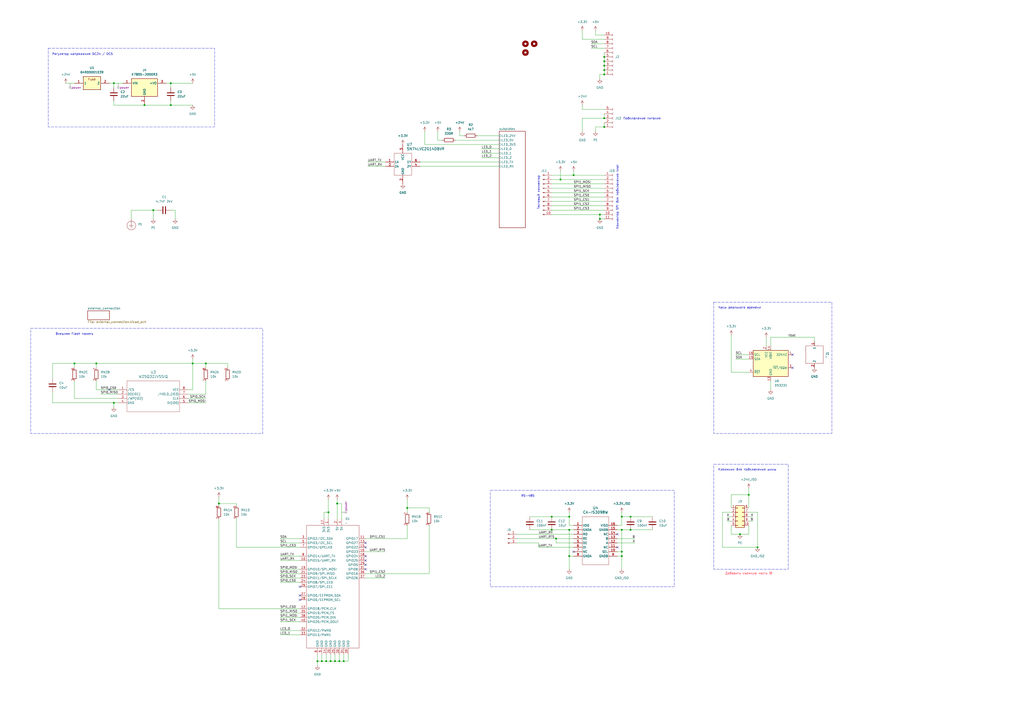
<source format=kicad_sch>
(kicad_sch (version 20231120) (generator "eeschema") (generator_version "8.0")
  (paper "A2")
  (title_block (title "${article} v${version}"))
  (junction (at 236.22 294.64))
  (junction (at 66.04 48.26))
  (junction (at 190.5 297.18))
  (junction (at 360.68 299.72))
  (junction (at 350.52 43.18))
  (junction (at 365.76 299.72))
  (junction (at 191.77 383.54))
  (junction (at 350.52 33.02))
  (junction (at 88.9 121.92))
  (junction (at 111.76 210.82))
  (junction (at 119.38 210.82))
  (junction (at 350.52 40.64))
  (junction (at 360.68 307.34))
  (junction (at 434.34 287.02))
  (junction (at 360.68 322.58))
  (junction (at 83.82 60.96))
  (junction (at 330.2 299.72))
  (junction (at 330.2 307.34))
  (junction (at 55.88 210.82))
  (junction (at 322.58 312.42))
  (junction (at 360.68 320.04))
  (junction (at 439.42 317.5))
  (junction (at 330.2 322.58))
  (junction (at 350.52 73.66))
  (junction (at 332.74 101.6))
  (junction (at 194.31 383.54))
  (junction (at 43.18 210.82))
  (junction (at 196.85 383.54))
  (junction (at 320.04 299.72))
  (junction (at 350.52 38.1))
  (junction (at 350.52 68.58))
  (junction (at 99.06 60.96))
  (junction (at 189.23 383.54))
  (junction (at 365.76 307.34))
  (junction (at 429.26 309.88))
  (junction (at 347.98 124.46))
  (junction (at 195.58 292.1))
  (junction (at 350.52 35.56))
  (junction (at 320.04 307.34))
  (junction (at 199.39 383.54))
  (junction (at 66.04 233.68))
  (junction (at 127 292.1))
  (junction (at 99.06 48.26))
  (junction (at 186.69 383.54))
  (junction (at 325.12 104.14))
  (junction (at 347.98 127))
  (junction (at 184.15 383.54))
  (no_connect (at 173.99 340.36))
  (no_connect (at 212.09 327.66))
  (no_connect (at 212.09 317.5))
  (no_connect (at 212.09 322.58))
  (no_connect (at 173.99 347.98))
  (no_connect (at 358.14 309.88))
  (no_connect (at 212.09 314.96))
  (no_connect (at 173.99 345.44))
  (no_connect (at 63.5 226.06))
  (no_connect (at 332.74 320.04))
  (no_connect (at 358.14 317.5))
  (no_connect (at 212.09 325.12))
  (no_connect (at 212.09 330.2))
  (no_connect (at 459.74 213.36))
  (no_connect (at 459.74 205.74))
  (wire (pts (xy 55.88 210.82) (xy 55.88 213.36)))
  (wire (pts (xy 330.2 307.34) (xy 330.2 322.58)))
  (wire (pts (xy 434.34 302.26) (xy 436.88 302.26)))
  (wire (pts (xy 266.7 78.74) (xy 269.24 78.74)))
  (wire (pts (xy 212.09 312.42) (xy 236.22 312.42)))
  (wire (pts (xy 337.82 68.58) (xy 337.82 76.2)))
  (wire (pts (xy 119.38 210.82) (xy 111.76 210.82)))
  (wire (pts (xy 424.18 294.64) (xy 424.18 287.02)))
  (wire (pts (xy 322.58 312.42) (xy 322.58 314.96)))
  (wire (pts (xy 162.56 365.76) (xy 173.99 365.76)))
  (wire (pts (xy 248.92 297.18) (xy 248.92 294.64)))
  (wire (pts (xy 137.16 300.99) (xy 137.16 317.5)))
  (wire (pts (xy 299.72 312.42) (xy 322.58 312.42)))
  (wire (pts (xy 190.5 297.18) (xy 190.5 300.99)))
  (wire (pts (xy 325.12 104.14) (xy 350.52 104.14)))
  (wire (pts (xy 447.04 220.98) (xy 447.04 226.06)))
  (wire (pts (xy 162.56 335.28) (xy 173.99 335.28)))
  (wire (pts (xy 101.6 127) (xy 101.6 121.92)))
  (wire (pts (xy 447.04 200.66) (xy 447.04 195.58)))
  (wire (pts (xy 88.9 121.92) (xy 91.44 121.92)))
  (wire (pts (xy 109.22 231.14) (xy 119.38 231.14)))
  (wire (pts (xy 426.72 208.28) (xy 434.34 208.28)))
  (wire (pts (xy 55.88 226.06) (xy 68.58 226.06)))
  (wire (pts (xy 212.09 335.28) (xy 223.52 335.28)))
  (wire (pts (xy 236.22 289.56) (xy 236.22 294.64)))
  (wire (pts (xy 187.96 297.18) (xy 190.5 297.18)))
  (wire (pts (xy 378.46 307.34) (xy 365.76 307.34)))
  (wire (pts (xy 429.26 309.88) (xy 434.34 309.88)))
  (wire (pts (xy 365.76 299.72) (xy 378.46 299.72)))
  (wire (pts (xy 320.04 299.72) (xy 307.34 299.72)))
  (wire (pts (xy 320.04 119.38) (xy 350.52 119.38)))
  (wire (pts (xy 347.98 43.18) (xy 350.52 43.18)))
  (wire (pts (xy 248.92 294.64) (xy 236.22 294.64)))
  (wire (pts (xy 472.44 195.58) (xy 472.44 198.12)))
  (wire (pts (xy 199.39 379.73) (xy 199.39 383.54)))
  (wire (pts (xy 434.34 283.21) (xy 434.34 287.02)))
  (wire (pts (xy 330.2 299.72) (xy 330.2 304.8)))
  (wire (pts (xy 424.18 309.88) (xy 429.26 309.88)))
  (wire (pts (xy 196.85 379.73) (xy 196.85 383.54)))
  (wire (pts (xy 439.42 297.18) (xy 439.42 317.5)))
  (wire (pts (xy 424.18 297.18) (xy 419.1 297.18)))
  (wire (pts (xy 332.74 314.96) (xy 322.58 314.96)))
  (wire (pts (xy 184.15 379.73) (xy 184.15 383.54)))
  (wire (pts (xy 332.74 307.34) (xy 330.2 307.34)))
  (wire (pts (xy 360.68 320.04) (xy 358.14 320.04)))
  (wire (pts (xy 358.14 307.34) (xy 360.68 307.34)))
  (wire (pts (xy 368.3 312.42) (xy 358.14 312.42)))
  (wire (pts (xy 421.64 302.26) (xy 424.18 302.26)))
  (wire (pts (xy 350.52 66.04) (xy 350.52 68.58)))
  (wire (pts (xy 419.1 297.18) (xy 419.1 317.5)))
  (wire (pts (xy 30.48 219.71) (xy 30.48 210.82)))
  (wire (pts (xy 264.16 81.28) (xy 289.56 81.28)))
  (wire (pts (xy 350.52 68.58) (xy 337.82 68.58)))
  (wire (pts (xy 137.16 317.5) (xy 173.99 317.5)))
  (wire (pts (xy 279.4 88.9) (xy 289.56 88.9)))
  (wire (pts (xy 419.1 317.5) (xy 439.42 317.5)))
  (wire (pts (xy 66.04 60.96) (xy 83.82 60.96)))
  (wire (pts (xy 99.06 48.26) (xy 99.06 50.8)))
  (wire (pts (xy 213.36 93.98) (xy 223.52 93.98)))
  (wire (pts (xy 254 76.2) (xy 254 81.28)))
  (wire (pts (xy 312.42 314.96) (xy 312.42 317.5)))
  (wire (pts (xy 187.96 300.99) (xy 187.96 297.18)))
  (wire (pts (xy 66.04 48.26) (xy 71.12 48.26)))
  (wire (pts (xy 99.06 58.42) (xy 99.06 60.96)))
  (wire (pts (xy 137.16 293.37) (xy 137.16 292.1)))
  (wire (pts (xy 350.52 63.5) (xy 337.82 63.5)))
  (wire (pts (xy 325.12 104.14) (xy 325.12 99.06)))
  (wire (pts (xy 236.22 294.64) (xy 236.22 297.18)))
  (wire (pts (xy 190.5 289.56) (xy 190.5 297.18)))
  (wire (pts (xy 332.74 312.42) (xy 322.58 312.42)))
  (wire (pts (xy 350.52 40.64) (xy 350.52 43.18)))
  (wire (pts (xy 186.69 383.54) (xy 189.23 383.54)))
  (wire (pts (xy 38.1 48.26) (xy 43.18 48.26)))
  (wire (pts (xy 332.74 101.6) (xy 350.52 101.6)))
  (wire (pts (xy 99.06 60.96) (xy 111.76 60.96)))
  (wire (pts (xy 111.76 210.82) (xy 111.76 208.28)))
  (wire (pts (xy 195.58 289.56) (xy 195.58 292.1)))
  (wire (pts (xy 350.52 71.12) (xy 350.52 73.66)))
  (wire (pts (xy 66.04 60.96) (xy 66.04 58.42)))
  (wire (pts (xy 243.84 96.52) (xy 289.56 96.52)))
  (wire (pts (xy 127 292.1) (xy 127 293.37)))
  (wire (pts (xy 320.04 101.6) (xy 332.74 101.6)))
  (wire (pts (xy 342.9 27.94) (xy 350.52 27.94)))
  (wire (pts (xy 198.12 292.1) (xy 195.58 292.1)))
  (wire (pts (xy 320.04 106.68) (xy 350.52 106.68)))
  (wire (pts (xy 43.18 210.82) (xy 43.18 213.36)))
  (wire (pts (xy 83.82 60.96) (xy 99.06 60.96)))
  (wire (pts (xy 360.68 297.18) (xy 360.68 299.72)))
  (wire (pts (xy 137.16 292.1) (xy 127 292.1)))
  (wire (pts (xy 424.18 215.9) (xy 434.34 215.9)))
  (wire (pts (xy 184.15 383.54) (xy 186.69 383.54)))
  (wire (pts (xy 447.04 195.58) (xy 472.44 195.58)))
  (wire (pts (xy 320.04 116.84) (xy 350.52 116.84)))
  (wire (pts (xy 213.36 96.52) (xy 223.52 96.52)))
  (wire (pts (xy 119.38 228.6) (xy 119.38 220.98)))
  (wire (pts (xy 276.86 78.74) (xy 289.56 78.74)))
  (wire (pts (xy 320.04 307.34) (xy 330.2 307.34)))
  (wire (pts (xy 99.06 48.26) (xy 111.76 48.26)))
  (wire (pts (xy 76.2 121.92) (xy 88.9 121.92)))
  (wire (pts (xy 111.76 226.06) (xy 111.76 210.82)))
  (wire (pts (xy 299.72 309.88) (xy 332.74 309.88)))
  (wire (pts (xy 421.64 299.72) (xy 424.18 299.72)))
  (wire (pts (xy 162.56 322.58) (xy 173.99 322.58)))
  (wire (pts (xy 350.52 30.48) (xy 350.52 33.02)))
  (wire (pts (xy 347.98 45.72) (xy 347.98 43.18)))
  (wire (pts (xy 254 81.28) (xy 256.54 81.28)))
  (wire (pts (xy 162.56 325.12) (xy 173.99 325.12)))
  (wire (pts (xy 68.58 231.14) (xy 43.18 231.14)))
  (wire (pts (xy 198.12 300.99) (xy 198.12 292.1)))
  (wire (pts (xy 212.09 320.04) (xy 223.52 320.04)))
  (wire (pts (xy 266.7 76.2) (xy 266.7 78.74)))
  (wire (pts (xy 191.77 383.54) (xy 194.31 383.54)))
  (wire (pts (xy 127 288.29) (xy 127 292.1)))
  (wire (pts (xy 350.52 22.86) (xy 337.82 22.86)))
  (wire (pts (xy 243.84 93.98) (xy 289.56 93.98)))
  (wire (pts (xy 320.04 121.92) (xy 350.52 121.92)))
  (wire (pts (xy 345.44 73.66) (xy 350.52 73.66)))
  (wire (pts (xy 320.04 111.76) (xy 350.52 111.76)))
  (wire (pts (xy 201.93 379.73) (xy 201.93 383.54)))
  (wire (pts (xy 345.44 20.32) (xy 345.44 17.78)))
  (wire (pts (xy 368.3 314.96) (xy 358.14 314.96)))
  (wire (pts (xy 43.18 220.98) (xy 43.18 231.14)))
  (wire (pts (xy 279.4 86.36) (xy 289.56 86.36)))
  (wire (pts (xy 162.56 332.74) (xy 173.99 332.74)))
  (wire (pts (xy 345.44 76.2) (xy 345.44 73.66)))
  (wire (pts (xy 360.68 320.04) (xy 360.68 322.58)))
  (wire (pts (xy 189.23 379.73) (xy 189.23 383.54)))
  (wire (pts (xy 350.52 33.02) (xy 350.52 35.56)))
  (wire (pts (xy 162.56 355.6) (xy 173.99 355.6)))
  (wire (pts (xy 320.04 104.14) (xy 325.12 104.14)))
  (wire (pts (xy 101.6 121.92) (xy 99.06 121.92)))
  (wire (pts (xy 66.04 233.68) (xy 66.04 236.22)))
  (wire (pts (xy 350.52 124.46) (xy 347.98 124.46)))
  (wire (pts (xy 162.56 358.14) (xy 173.99 358.14)))
  (wire (pts (xy 320.04 299.72) (xy 330.2 299.72)))
  (wire (pts (xy 320.04 307.34) (xy 307.34 307.34)))
  (wire (pts (xy 424.18 287.02) (xy 434.34 287.02)))
  (wire (pts (xy 279.4 91.44) (xy 289.56 91.44)))
  (wire (pts (xy 289.56 83.82) (xy 246.38 83.82)))
  (wire (pts (xy 320.04 109.22) (xy 350.52 109.22)))
  (wire (pts (xy 360.68 322.58) (xy 360.68 330.2)))
  (wire (pts (xy 132.08 213.36) (xy 132.08 210.82)))
  (wire (pts (xy 119.38 210.82) (xy 119.38 213.36)))
  (wire (pts (xy 236.22 304.8) (xy 236.22 312.42)))
  (wire (pts (xy 88.9 121.92) (xy 88.9 127)))
  (wire (pts (xy 162.56 337.82) (xy 173.99 337.82)))
  (wire (pts (xy 162.56 312.42) (xy 173.99 312.42)))
  (wire (pts (xy 194.31 379.73) (xy 194.31 383.54)))
  (wire (pts (xy 66.04 48.26) (xy 66.04 50.8)))
  (wire (pts (xy 360.68 304.8) (xy 360.68 299.72)))
  (wire (pts (xy 58.42 228.6) (xy 68.58 228.6)))
  (wire (pts (xy 424.18 194.31) (xy 424.18 215.9)))
  (wire (pts (xy 347.98 124.46) (xy 347.98 127)))
  (wire (pts (xy 186.69 379.73) (xy 186.69 383.54)))
  (wire (pts (xy 360.68 304.8) (xy 358.14 304.8)))
  (wire (pts (xy 162.56 314.96) (xy 173.99 314.96)))
  (wire (pts (xy 330.2 304.8) (xy 332.74 304.8)))
  (wire (pts (xy 330.2 297.18) (xy 330.2 299.72)))
  (wire (pts (xy 30.48 233.68) (xy 66.04 233.68)))
  (wire (pts (xy 337.82 63.5) (xy 337.82 60.96)))
  (wire (pts (xy 299.72 314.96) (xy 312.42 314.96)))
  (wire (pts (xy 434.34 297.18) (xy 439.42 297.18)))
  (wire (pts (xy 132.08 210.82) (xy 119.38 210.82)))
  (wire (pts (xy 162.56 368.3) (xy 173.99 368.3)))
  (wire (pts (xy 360.68 322.58) (xy 358.14 322.58)))
  (wire (pts (xy 365.76 299.72) (xy 360.68 299.72)))
  (wire (pts (xy 109.22 228.6) (xy 119.38 228.6)))
  (wire (pts (xy 337.82 22.86) (xy 337.82 17.78)))
  (wire (pts (xy 109.22 233.68) (xy 119.38 233.68)))
  (wire (pts (xy 109.22 226.06) (xy 111.76 226.06)))
  (wire (pts (xy 434.34 299.72) (xy 436.88 299.72)))
  (wire (pts (xy 444.5 195.58) (xy 444.5 200.66)))
  (wire (pts (xy 63.5 48.26) (xy 66.04 48.26)))
  (wire (pts (xy 43.18 210.82) (xy 55.88 210.82)))
  (wire (pts (xy 184.15 383.54) (xy 184.15 386.08)))
  (wire (pts (xy 434.34 294.64) (xy 434.34 287.02)))
  (wire (pts (xy 332.74 317.5) (xy 312.42 317.5)))
  (wire (pts (xy 350.52 127) (xy 347.98 127)))
  (wire (pts (xy 424.18 304.8) (xy 424.18 309.88)))
  (wire (pts (xy 30.48 210.82) (xy 43.18 210.82)))
  (wire (pts (xy 55.88 220.98) (xy 55.88 226.06)))
  (wire (pts (xy 68.58 233.68) (xy 66.04 233.68)))
  (wire (pts (xy 195.58 292.1) (xy 195.58 300.99)))
  (wire (pts (xy 191.77 379.73) (xy 191.77 383.54)))
  (wire (pts (xy 248.92 304.8) (xy 248.92 332.74)))
  (wire (pts (xy 330.2 322.58) (xy 332.74 322.58)))
  (wire (pts (xy 194.31 383.54) (xy 196.85 383.54)))
  (wire (pts (xy 360.68 307.34) (xy 360.68 320.04)))
  (wire (pts (xy 199.39 383.54) (xy 201.93 383.54)))
  (wire (pts (xy 342.9 25.4) (xy 350.52 25.4)))
  (wire (pts (xy 434.34 309.88) (xy 434.34 304.8)))
  (wire (pts (xy 350.52 35.56) (xy 350.52 38.1)))
  (wire (pts (xy 320.04 124.46) (xy 347.98 124.46)))
  (wire (pts (xy 426.72 205.74) (xy 434.34 205.74)))
  (wire (pts (xy 55.88 210.82) (xy 111.76 210.82)))
  (wire (pts (xy 332.74 99.06) (xy 332.74 101.6)))
  (wire (pts (xy 212.09 332.74) (xy 248.92 332.74)))
  (wire (pts (xy 246.38 83.82) (xy 246.38 76.2)))
  (wire (pts (xy 162.56 330.2) (xy 173.99 330.2)))
  (wire (pts (xy 365.76 307.34) (xy 360.68 307.34)))
  (wire (pts (xy 76.2 127) (xy 76.2 121.92)))
  (wire (pts (xy 330.2 322.58) (xy 330.2 330.2)))
  (wire (pts (xy 350.52 20.32) (xy 345.44 20.32)))
  (wire (pts (xy 320.04 114.3) (xy 350.52 114.3)))
  (wire (pts (xy 96.52 48.26) (xy 99.06 48.26)))
  (wire (pts (xy 196.85 383.54) (xy 199.39 383.54)))
  (wire (pts (xy 350.52 38.1) (xy 350.52 40.64)))
  (wire (pts (xy 127 300.99) (xy 127 353.06)))
  (wire (pts (xy 30.48 227.33) (xy 30.48 233.68)))
  (wire (pts (xy 189.23 383.54) (xy 191.77 383.54)))
  (wire (pts (xy 162.56 360.68) (xy 173.99 360.68)))
  (wire (pts (xy 127 353.06) (xy 173.99 353.06)))
  (rectangle (start 284.48 284.48) (end 391.16 340.36) (stroke (width 0) (type dash)))
  (rectangle (start 414.02 175.26) (end 482.6 251.46) (stroke (width 0) (type dash)))
  (rectangle (start 17.78 190.5) (end 152.4 251.46) (stroke (width 0) (type dash)))
  (rectangle (start 414.02 269.24) (end 457.2 330.2) (stroke (width 0) (type dash)))
  (rectangle (start 27.94 27.94) (end 124.46 73.66) (stroke (width 0) (type dash)))
  (text "Клеммник для подключения шины" (at 416.56 271.78 0) (effects (font (size 1.27 1.27)) (justify left top)))
  (text "RS-485" (at 302.26 287.02 0) (effects (font (size 1.27 1.27)) (justify left top)))
  (text "Тестовый коннектор" (at 312.42 111.76 90) (effects (font (size 1.27 1.27))))
  (text "Внешняя Flash память" (at 43.18 193.802 0) (effects (font (size 1.27 1.27))))
  (text "Подключение питания" (at 372.364 68.834 0) (effects (font (size 1.27 1.27))))
  (text "Добавить съемную часть !!!" (at 434.34 332.74 0) (effects (font (size 1.27 1.27))))
  (text "Коннектор SPI для подключения плат" (at 358.14 114.3 90) (effects (font (size 1.27 1.27))))
  (text "Часы реального времени" (at 416.56 177.8 0) (effects (font (size 1.27 1.27)) (justify left top)))
  (text "Регулятор напряжения DC24 / DC5" (at 30.226 31.496 0) (effects (font (size 1.27 1.27)) (justify left)))
  (label "SPI1_MOSI" (at 162.56 358.14 0))
  (label "UART_RTS" (at 223.52 320.04 180))
  (label "Vbat" (at 457.2 195.58 0))
  (label "SPI1_CS2" (at 332.74 119.38 0))
  (label "SPI0_CS0" (at 162.56 337.82 0))
  (label "SPI1_CS0" (at 332.74 114.3 0))
  (label "LED_1" (at 279.4 88.9 0))
  (label "SPI0_MOSI" (at 119.38 233.68 180))
  (label "UART_RX" (at 213.36 96.52 0))
  (label "UART_RTS" (at 312.42 312.42 0))
  (label "LED_2" (at 279.4 91.44 0))
  (label "SDA" (at 162.56 312.42 0))
  (label "SPI1_CS2" (at 223.52 332.74 180))
  (label "A" (at 421.64 299.72 0))
  (label "SPI1_CS1" (at 332.74 116.84 0))
  (label "SPI0_MISO" (at 58.42 228.6 0))
  (label "A" (at 436.88 299.72 180))
  (label "SPI1_CS0" (at 162.56 353.06 0))
  (label "SDA" (at 426.72 208.28 0))
  (label "UART_TX" (at 213.36 93.98 0))
  (label "SPI0_SCK" (at 162.56 335.28 0))
  (label "UART_RX" (at 162.56 325.12 0))
  (label "SPI0_SCK" (at 119.38 231.14 180))
  (label "LED_2" (at 223.52 335.28 180))
  (label "B" (at 421.64 302.26 0))
  (label "SPI1_SCK" (at 162.56 360.68 0))
  (label "SDA" (at 342.9 25.4 0))
  (label "LED_0" (at 162.56 365.76 0))
  (label "LED_1" (at 162.56 368.3 0))
  (label "SPI1_CS1" (at 223.52 312.42 180))
  (label "SPI0_CS0" (at 58.42 226.06 0))
  (label "UART_TX" (at 162.56 322.58 0))
  (label "LED_0" (at 279.4 86.36 0))
  (label "SPI1_MOSI" (at 332.74 106.68 0))
  (label "UART_TX" (at 312.42 317.5 0))
  (label "B" (at 368.3 312.42 180))
  (label "B" (at 436.88 302.26 180))
  (label "UART_RX" (at 312.42 309.88 0))
  (label "SPI1_MISO" (at 332.74 109.22 0))
  (label "SCL" (at 162.56 314.96 0))
  (label "SPI0_MOSI" (at 162.56 330.2 0))
  (label "SPI1_CS3" (at 162.56 317.5 0))
  (label "A" (at 368.3 314.96 180))
  (label "SCL" (at 342.9 27.94 0))
  (label "SPI0_MISO" (at 162.56 332.74 0))
  (label "SPI1_MISO" (at 162.56 355.6 0))
  (label "SPI1_SCK" (at 332.74 111.76 0))
  (label "SPI1_CS3" (at 332.74 121.92 0))
  (label "SCL" (at 426.72 205.74 0))
  (netclass_flag "" (length 2.54) (shape round) (at 68.58 48.26 180) (property "Netclass" "power" (at 69.2785 50.8 0) (effects (font (italic yes)) (justify left))))
  (netclass_flag "" (length 2.54) (shape round) (at 198.12 297.18 270) (property "Netclass" "power" (at 200.66 296.4815 90) (effects (font (italic yes)) (justify left))))
  (netclass_flag "" (length 2.54) (shape round) (at 40.64 48.26 180) (property "Netclass" "power" (at 41.3385 50.8 0) (effects (font (italic yes)) (justify left))))
  (symbol (lib_id "power:GND") (at 111.76 60.96 0) (unit 1)
    (property "Reference" "#PWR04" (effects (hide yes)))
    (property "Value" "GND" (at 111.76 66.04 0))
    (property "Description" "Power symbol creates a global label with name \"GND\" , ground" (effects (hide yes)))
  )
  (symbol (lib_id "power:GND") (at 429.26 309.88 0) (mirror y) (unit 1)
    (property "Reference" "#PWR023" (effects (hide yes)))
    (property "Value" "PE" (at 429.26 314.96 0))
    (property "Description" "Power symbol creates a global label with name \"GND\" , ground" (effects (hide yes)))
  )
  (symbol (lib_id "kicad_inventree_lib:15EDGRC-3.5-05P") (at 355.6 63.5 0) (mirror x) (unit 1)
    (property "Reference" "J12" (at 356.87 68.5801 0) (effects (justify left)))
    (property "Value" "15EDGRC-3.5-05P" (effects (hide yes)))
    (property "Footprint" "kicad_inventree_lib:15EDGRC-3.5-05P" (effects (hide yes)))
    (property "Datasheet" "http://inventree.network/part/238/" (effects (hide yes)))
    (property "Description" "Generic connector, single row, 01x09, script generated" (effects (hide yes)))
    (property "part_ipn" "15EDGRC-3.5-05P" (effects (hide yes)))
  )
  (symbol (lib_id "power:+3.3V") (at 337.82 17.78 0) (unit 1)
    (property "Reference" "#PWR030" (effects (hide yes)))
    (property "Value" "+3.3V" (at 337.82 12.7 0))
    (property "Description" "Power symbol creates a global label with name \"+3.3V\"" (effects (hide yes)))
  )
  (symbol (lib_id "kicad_inventree_lib:MountingHole_M3") (at 304.8 30.48 0) (unit 1) (exclude_from_sim yes) (in_bom no)
    (property "Reference" "H2" (effects (hide yes)))
    (property "Value" "MountingHole_M3" (effects (hide yes)))
    (property "Footprint" "kicad_inventree_lib:MountingHole_M3" (effects (hide yes)))
    (property "Description" "Mounting Hole without connection" (effects (hide yes)))
  )
  (symbol (lib_id "power:+3.3V") (at 233.68 83.82 0) (unit 1)
    (property "Reference" "#PWR037" (effects (hide yes)))
    (property "Value" "+3.3V" (at 233.68 78.74 0))
    (property "Description" "Power symbol creates a global label with name \"+3.3V\"" (effects (hide yes)))
  )
  (symbol (lib_id "power:+5V") (at 111.76 48.26 0) (unit 1)
    (property "Reference" "#PWR03" (effects (hide yes)))
    (property "Value" "+5V" (at 111.76 43.18 0))
    (property "Description" "Power symbol creates a global label with name \"+5V\"" (effects (hide yes)))
  )
  (symbol (lib_id "kicad_inventree_lib:R_10k_0603x4_1%") (at 137.16 297.18 0) (unit 4)
    (property "Reference" "RN1" (at 139.7 295.9099 0) (effects (justify left)))
    (property "Value" "10k" (at 139.7 298.4499 0) (effects (justify left)))
    (property "Footprint" "Resistor_SMD:R_Array_Convex_4x0603" (effects (hide yes)))
    (property "Datasheet" "http://inventree.network/part/233/" (effects (hide yes)))
    (property "Description" "4 resistor network, parallel topology, split" (effects (hide yes)))
    (property "part_ipn" "R_10k_0603x4_1%" (effects (hide yes)))
  )
  (symbol (lib_id "power:GND") (at 184.15 386.08 0) (unit 1)
    (property "Reference" "#PWR017" (effects (hide yes)))
    (property "Value" "GND" (at 184.15 391.16 0))
    (property "Description" "Power symbol creates a global label with name \"GND\" , ground" (effects (hide yes)))
  )
  (symbol (lib_id "power:+3.3V") (at 111.76 208.28 0) (unit 1)
    (property "Reference" "#PWR014" (effects (hide yes)))
    (property "Value" "+3.3V" (at 111.76 203.2 0))
    (property "Description" "Power symbol creates a global label with name \"+3.3V\"" (effects (hide yes)))
  )
  (symbol (lib_id "power:+5V") (at 434.34 283.21 0) (mirror y) (unit 1)
    (property "Reference" "#PWR025" (effects (hide yes)))
    (property "Value" "+24V_ISO" (at 434.34 278.13 0))
    (property "Description" "Power symbol creates a global label with name \"+5V\"" (effects (hide yes)))
  )
  (symbol (lib_id "power:GND") (at 447.04 226.06 0) (unit 1)
    (property "Reference" "#PWR034" (effects (hide yes)))
    (property "Value" "GND" (at 447.04 231.14 0))
    (property "Description" "Power symbol creates a global label with name \"GND\" , ground" (effects (hide yes)))
  )
  (symbol (lib_id "kicad_inventree_lib:BS-12-A1AJ002-F") (at 472.44 200.66 0) (unit 1)
    (property "Reference" "J1" (at 478.79 205.1049 0) (effects (justify left)))
    (property "Value" "~" (at 478.79 207.01 0) (effects (justify left)))
    (property "Footprint" "kicad_inventree_lib:BS-12-A1AJ002-F" (effects (hide yes)))
    (property "Datasheet" "http://inventree.network/part/215/" (effects (hide yes)))
    (property "part_ipn" "BS-12-A1AJ002-F" (effects (hide yes)))
  )
  (symbol (lib_id "kicad_inventree_lib:C_22uF_50V_2220") (at 99.06 54.61 0) (unit 1)
    (property "Reference" "C3" (at 102.87 53.3399 0) (effects (justify left)))
    (property "Value" "22uF" (at 102.87 55.8799 0) (effects (justify left)))
    (property "Footprint" "Capacitor_SMD:C_2220_5750Metric" (effects (hide yes)))
    (property "Datasheet" "http://inventree.network/part/99/" (effects (hide yes)))
    (property "Description" "Unpolarized capacitor" (effects (hide yes)))
    (property "part_ipn" "C_22uF_50V_2220" (effects (hide yes)))
  )
  (symbol (lib_id "power:GND") (at 347.98 45.72 0) (mirror y) (unit 1)
    (property "Reference" "#PWR031" (effects (hide yes)))
    (property "Value" "GND" (at 347.98 50.8 0))
    (property "Description" "Power symbol creates a global label with name \"GND\" , ground" (effects (hide yes)))
  )
  (symbol (lib_id "power:+5V") (at 332.74 99.06 0) (unit 1)
    (property "Reference" "#PWR028" (effects (hide yes)))
    (property "Value" "+5V" (at 332.74 93.98 0))
    (property "Description" "Power symbol creates a global label with name \"+5V\"" (effects (hide yes)))
  )
  (symbol (lib_id "kicad_inventree_lib:RaspberryPi") (at 193.04 304.8 0) (unit 1) (in_bom no)
    (property "Reference" "D1" (at 200.3141 300.99 0) (effects (justify left)))
    (property "Value" "~" (at 200.3141 303.53 0) (effects (justify left)))
    (property "Footprint" "kicad_inventree_lib:RaspberryPi" (effects (hide yes)))
    (property "NextPCB_price" "200" (effects (hide yes)))
  )
  (symbol (lib_id "power:GND") (at 337.82 76.2 0) (mirror y) (unit 1)
    (property "Reference" "#PWR07" (effects (hide yes)))
    (property "Value" "GND" (at 337.82 81.28 0))
    (property "Description" "Power symbol creates a global label with name \"GND\" , ground" (effects (hide yes)))
  )
  (symbol (lib_id "power:+5V") (at 38.1 48.26 0) (unit 1)
    (property "Reference" "#PWR010" (effects (hide yes)))
    (property "Value" "+24V" (at 38.1 43.18 0))
    (property "Description" "Power symbol creates a global label with name \"+5V\"" (effects (hide yes)))
  )
  (symbol (lib_id "kicad_inventree_lib:PE") (at 76.2 127 0) (unit 1) (in_bom no)
    (property "Reference" "PE1" (effects (hide yes)))
    (property "Value" "PE" (at 80.01 130.1749 0) (effects (justify left)))
    (property "Footprint" "kicad_inventree_lib:PE" (effects (hide yes)))
    (property "Description" "Power symbol creates a global label with name \"Earth_Protective\"" (effects (hide yes)))
  )
  (symbol (lib_id "kicad_inventree_lib:R_330R_0603_1%") (at 260.35 81.28 90) (unit 1)
    (property "Reference" "R3" (at 260.35 74.93 90))
    (property "Value" "330R" (at 260.35 77.47 90))
    (property "Footprint" "Resistor_SMD:R_0603_1608Metric" (effects (hide yes)))
    (property "Datasheet" "http://inventree.network/part/235/" (effects (hide yes)))
    (property "Description" "Resistor" (effects (hide yes)))
    (property "part_ipn" "R_330R_0603_1%" (effects (hide yes)))
  )
  (symbol (lib_id "power:+3.3V") (at 424.18 194.31 0) (unit 1)
    (property "Reference" "#PWR036" (effects (hide yes)))
    (property "Value" "+3.3V" (at 424.18 189.23 0))
    (property "Description" "Power symbol creates a global label with name \"+3.3V\"" (effects (hide yes)))
  )
  (symbol (lib_id "power:+3.3V") (at 444.5 195.58 0) (unit 1)
    (property "Reference" "#PWR033" (effects (hide yes)))
    (property "Value" "+3.3V" (at 444.5 190.5 0))
    (property "Description" "Power symbol creates a global label with name \"+3.3V\"" (effects (hide yes)))
  )
  (symbol (lib_id "power:+5V") (at 254 76.2 0) (unit 1)
    (property "Reference" "#PWR013" (effects (hide yes)))
    (property "Value" "+5V" (at 254 71.12 0))
    (property "Description" "Power symbol creates a global label with name \"+5V\"" (effects (hide yes)))
  )
  (symbol (lib_id "power:+3.3V") (at 246.38 76.2 0) (unit 1)
    (property "Reference" "#PWR022" (effects (hide yes)))
    (property "Value" "+3.3V" (at 246.38 71.12 0))
    (property "Description" "Power symbol creates a global label with name \"+3.3V\"" (effects (hide yes)))
  )
  (symbol (lib_id "power:+5V") (at 337.82 60.96 0) (mirror y) (unit 1)
    (property "Reference" "#PWR05" (effects (hide yes)))
    (property "Value" "+24V" (at 337.82 55.88 0))
    (property "Description" "Power symbol creates a global label with name \"+5V\"" (effects (hide yes)))
  )
  (symbol (lib_id "power:GND") (at 472.44 213.36 0) (unit 1)
    (property "Reference" "#PWR035" (effects (hide yes)))
    (property "Value" "GND" (at 472.44 218.44 0))
    (property "Description" "Power symbol creates a global label with name \"GND\" , ground" (effects (hide yes)))
  )
  (symbol (lib_id "kicad_inventree_lib:C_10uF_16V_0805_MLCC-X5R") (at 378.46 303.53 0) (unit 1)
    (property "Reference" "C10" (at 382.27 302.2599 0) (effects (justify left)))
    (property "Value" "10uF" (at 382.27 304.7999 0) (effects (justify left)))
    (property "Footprint" "Capacitor_SMD:C_0805_2012Metric" (effects (hide yes)))
    (property "Datasheet" "http://inventree.network/part/261/" (effects (hide yes)))
    (property "Description" "Unpolarized capacitor" (effects (hide yes)))
    (property "part_ipn" "C_10uF_16V_0805_MLCC-X5R" (effects (hide yes)))
  )
  (symbol (lib_id "power:+3.3V") (at 360.68 297.18 0) (unit 1)
    (property "Reference" "#PWR02" (effects (hide yes)))
    (property "Value" "+3.3V_ISO" (at 360.68 292.1 0))
    (property "Description" "Power symbol creates a global label with name \"+3.3V\"" (effects (hide yes)))
  )
  (symbol (lib_name "C_22uF_50V_2220_1") (lib_id "kicad_inventree_lib:C_22uF_50V_2220") (at 66.04 54.61 0) (unit 1)
    (property "Reference" "C2" (at 69.85 53.3399 0) (effects (justify left)))
    (property "Value" "22uF" (at 69.85 55.8799 0) (effects (justify left)))
    (property "Footprint" "Capacitor_SMD:C_2220_5750Metric" (effects (hide yes)))
    (property "Datasheet" "http://inventree.network/part/99/" (effects (hide yes)))
    (property "Description" "Unpolarized capacitor" (effects (hide yes)))
    (property "part_ipn" "C_22uF_50V_2220" (effects (hide yes)))
  )
  (symbol (lib_id "kicad_inventree_lib:W25Q32JVSSIQ") (at 88.9 220.98 0) (unit 1)
    (property "Reference" "U3" (at 88.9 215.9 0) (effects (font (size 1.524 1.524))))
    (property "Value" "W25Q32JVSSIQ" (at 88.9 218.44 0) (effects (font (size 1.524 1.524))))
    (property "Footprint" "kicad_inventree_lib:SOIC-8_5P28X5P28_WIN-M" (effects (hide yes)))
    (property "Datasheet" "W25Q32JVSSIQ" (effects (hide yes)))
  )
  (symbol (lib_id "kicad_inventree_lib:C_4.7nF_2kV_1812") (at 95.25 121.92 90) (unit 1)
    (property "Reference" "C1" (at 95.25 114.3 90))
    (property "Value" "4.7nF 2kV" (at 95.25 116.84 90))
    (property "Footprint" "Capacitor_SMD:C_1812_4532Metric_Pad1.57x3.40mm_HandSolder" (effects (hide yes)))
    (property "Datasheet" "http://inventree.network/part/112/" (effects (hide yes)))
    (property "Description" "Unpolarized capacitor" (effects (hide yes)))
    (property "part_ipn" "C_4.7nF_2kV_1812" (effects (hide yes)))
  )
  (symbol (lib_id "power:GND") (at 233.68 106.68 0) (unit 1)
    (property "Reference" "#PWR038" (effects (hide yes)))
    (property "Value" "GND" (at 233.68 111.76 0))
    (property "Description" "Power symbol creates a global label with name \"GND\" , ground" (effects (hide yes)))
  )
  (symbol (lib_id "kicad_inventree_lib:15EDGRHC-THR-3.5-10P") (at 429.26 302.26 0) (unit 1)
    (property "Reference" "J3" (at 429.26 290.83 0))
    (property "Value" "15EDGRHC-THR-3.5-10P" (effects (hide yes)))
    (property "Footprint" "kicad_inventree_lib:15EDGRHC-THR-3.5-10P" (effects (hide yes)))
    (property "Datasheet" "http://inventree.network/part/232/" (effects (hide yes)))
    (property "Description" "Generic connector, double row, 02x05, odd/even pin numbering scheme (row 1 odd numbers, row 2 even numbers), script generated (kicad-library-utils/schlib/autogen/connector/)" (effects (hide yes)))
    (property "part_ipn" "15EDGRHC-THR-3.5-10P" (effects (hide yes)))
  )
  (symbol (lib_id "power:GND") (at 345.44 76.2 0) (mirror y) (unit 1)
    (property "Reference" "#PWR012" (effects (hide yes)))
    (property "Value" "PE" (at 345.44 81.28 0))
    (property "Description" "Power symbol creates a global label with name \"GND\" , ground" (effects (hide yes)))
  )
  (symbol (lib_id "kicad_inventree_lib:R_4k7_0603_1%") (at 273.05 78.74 90) (unit 1)
    (property "Reference" "R2" (at 273.05 72.39 90))
    (property "Value" "4k7" (at 273.05 74.93 90))
    (property "Footprint" "Resistor_SMD:R_0603_1608Metric" (effects (hide yes)))
    (property "Datasheet" "http://inventree.network/part/262/" (effects (hide yes)))
    (property "Description" "Resistor" (effects (hide yes)))
    (property "part_ipn" "R_4k7_0603_1%" (effects (hide yes)))
  )
  (symbol (lib_id "power:GND") (at 439.42 317.5 0) (mirror y) (unit 1)
    (property "Reference" "#PWR027" (effects (hide yes)))
    (property "Value" "GND_ISO" (at 439.42 322.58 0))
    (property "Description" "Power symbol creates a global label with name \"GND\" , ground" (effects (hide yes)))
  )
  (symbol (lib_id "power:+3.3V") (at 127 288.29 0) (unit 1)
    (property "Reference" "#PWR021" (effects (hide yes)))
    (property "Value" "+3.3V" (at 127 283.21 0))
    (property "Description" "Power symbol creates a global label with name \"+3.3V\"" (effects (hide yes)))
  )
  (symbol (lib_id "power:GND") (at 360.68 330.2 0) (unit 1)
    (property "Reference" "#PWR06" (effects (hide yes)))
    (property "Value" "GND_ISO" (at 360.68 335.28 0))
    (property "Description" "Power symbol creates a global label with name \"GND\" , ground" (effects (hide yes)))
  )
  (symbol (lib_id "kicad_inventree_lib:C_10uF_16V_0805_MLCC-X5R") (at 30.48 223.52 0) (unit 1)
    (property "Reference" "C4" (at 34.29 222.2499 0) (effects (justify left)))
    (property "Value" "10uF" (at 34.29 224.7899 0) (effects (justify left)))
    (property "Footprint" "Capacitor_SMD:C_0805_2012Metric" (effects (hide yes)))
    (property "Datasheet" "http://inventree.network/part/261/" (effects (hide yes)))
    (property "Description" "Unpolarized capacitor" (effects (hide yes)))
    (property "part_ipn" "C_10uF_16V_0805_MLCC-X5R" (effects (hide yes)))
  )
  (symbol (lib_id "power:+3.3V") (at 190.5 289.56 0) (unit 1)
    (property "Reference" "#PWR018" (effects (hide yes)))
    (property "Value" "+3.3V" (at 190.5 284.48 0))
    (property "Description" "Power symbol creates a global label with name \"+3.3V\"" (effects (hide yes)))
  )
  (symbol (lib_id "kicad_inventree_lib:15EDGRC-3.5-10P") (at 355.6 33.02 0) (mirror x) (unit 1)
    (property "Reference" "J2" (at 356.87 33.0201 0) (effects (justify left)))
    (property "Value" "15EDGRC-3.5-10P" (effects (hide yes)))
    (property "Footprint" "kicad_inventree_lib:15EDGRC-3.5-10P" (effects (hide yes)))
    (property "Datasheet" "http://inventree.network/part/237/" (effects (hide yes)))
    (property "Description" "Generic connector, single row, 01x09, script generated" (effects (hide yes)))
    (property "part_ipn" "15EDGRC-3.5-10P" (effects (hide yes)))
  )
  (symbol (lib_id "power:+3.3V") (at 325.12 99.06 0) (unit 1)
    (property "Reference" "#PWR01" (effects (hide yes)))
    (property "Value" "+3.3V" (at 325.12 93.98 0))
    (property "Description" "Power symbol creates a global label with name \"+3.3V\"" (effects (hide yes)))
  )
  (symbol (lib_id "kicad_inventree_lib:R_10k_0603x4_1%") (at 119.38 217.17 0) (unit 1)
    (property "Reference" "RN2" (at 121.92 215.8999 0) (effects (justify left)))
    (property "Value" "10k" (at 121.92 218.4399 0) (effects (justify left)))
    (property "Footprint" "Resistor_SMD:R_Array_Convex_4x0603" (effects (hide yes)))
    (property "Datasheet" "http://inventree.network/part/233/" (effects (hide yes)))
    (property "Description" "4 resistor network, parallel topology, split" (effects (hide yes)))
    (property "part_ipn" "R_10k_0603x4_1%" (effects (hide yes)))
  )
  (symbol (lib_id "power:+5V") (at 345.44 17.78 0) (unit 1)
    (property "Reference" "#PWR026" (effects (hide yes)))
    (property "Value" "+5V" (at 345.44 12.7 0))
    (property "Description" "Power symbol creates a global label with name \"+5V\"" (effects (hide yes)))
  )
  (symbol (lib_id "kicad_inventree_lib:C_100nF_16V_0603_MLCC-X7R") (at 307.34 303.53 0) (unit 1)
    (property "Reference" "C11" (at 311.15 302.2599 0) (effects (justify left)))
    (property "Value" "100nF" (at 311.15 304.7999 0) (effects (justify left)))
    (property "Footprint" "Capacitor_SMD:C_0603_1608Metric" (effects (hide yes)))
    (property "Datasheet" "http://inventree.network/part/221" (effects (hide yes)))
    (property "Description" "Unpolarized capacitor" (effects (hide yes)))
    (property "part_ipn" "C_100nF_16V_0603_MLCC-X7R" (effects (hide yes)))
  )
  (symbol (lib_id "kicad_inventree_lib:CA-IS3098W") (at 345.44 299.72 0) (unit 1)
    (property "Reference" "U4" (at 345.44 294.64 0) (effects (font (size 1.524 1.524))))
    (property "Value" "CA-IS3098W" (at 345.44 297.18 0) (effects (font (size 1.524 1.524))))
    (property "Footprint" "kicad_inventree_lib:SOIC16-WBW_CLG" (effects (hide yes)))
    (property "Datasheet" "http://inventree.network/part/218/" (effects (hide yes)))
    (property "part_ipn" "CA-IS3098W" (effects (hide yes)))
  )
  (symbol (lib_id "power:+5V") (at 195.58 289.56 0) (unit 1)
    (property "Reference" "#PWR019" (effects (hide yes)))
    (property "Value" "+5V" (at 195.58 284.48 0))
    (property "Description" "Power symbol creates a global label with name \"+5V\"" (effects (hide yes)))
  )
  (symbol (lib_id "power:GND") (at 101.6 127 0) (unit 1)
    (property "Reference" "#PWR09" (effects (hide yes)))
    (property "Value" "GND" (at 101.6 132.08 0))
    (property "Description" "Power symbol creates a global label with name \"GND\" , ground" (effects (hide yes)))
  )
  (symbol (lib_id "power:+5V") (at 266.7 76.2 0) (unit 1)
    (property "Reference" "#PWR015" (effects (hide yes)))
    (property "Value" "+24V" (at 266.7 71.12 0))
    (property "Description" "Power symbol creates a global label with name \"+5V\"" (effects (hide yes)))
  )
  (symbol (lib_id "power:GND") (at 66.04 236.22 0) (unit 1)
    (property "Reference" "#PWR016" (effects (hide yes)))
    (property "Value" "GND" (at 66.04 241.3 0))
    (property "Description" "Power symbol creates a global label with name \"GND\" , ground" (effects (hide yes)))
  )
  (symbol (lib_id "kicad_inventree_lib:R_10k_0603x4_1%") (at 236.22 300.99 0) (unit 2)
    (property "Reference" "RN1" (at 238.76 299.7199 0) (effects (justify left)))
    (property "Value" "10k" (at 238.76 302.2599 0) (effects (justify left)))
    (property "Footprint" "Resistor_SMD:R_Array_Convex_4x0603" (effects (hide yes)))
    (property "Datasheet" "http://inventree.network/part/233/" (effects (hide yes)))
    (property "Description" "4 resistor network, parallel topology, split" (effects (hide yes)))
    (property "part_ipn" "R_10k_0603x4_1%" (effects (hide yes)))
  )
  (symbol (lib_id "Connector:Conn_01x03_Pin") (at 294.64 312.42 0) (unit 1)
    (property "Reference" "J5" (at 295.275 307.34 0))
    (property "Value" "Conn_01x03_Pin" (effects (hide yes)))
    (property "Footprint" "Connector_PinHeader_1.00mm:PinHeader_1x03_P1.00mm_Vertical" (effects (hide yes)))
    (property "Description" "Generic connector, single row, 01x03, script generated" (effects (hide yes)))
  )
  (symbol (lib_id "kicad_inventree_lib:R_10k_0603x4_1%") (at 132.08 217.17 0) (unit 4)
    (property "Reference" "RN2" (at 134.62 215.8999 0) (effects (justify left)))
    (property "Value" "10k" (at 134.62 218.4399 0) (effects (justify left)))
    (property "Footprint" "Resistor_SMD:R_Array_Convex_4x0603" (effects (hide yes)))
    (property "Datasheet" "http://inventree.network/part/233/" (effects (hide yes)))
    (property "Description" "4 resistor network, parallel topology, split" (effects (hide yes)))
    (property "part_ipn" "R_10k_0603x4_1%" (effects (hide yes)))
  )
  (symbol (lib_id "power:+3.3V") (at 236.22 289.56 0) (unit 1)
    (property "Reference" "#PWR020" (effects (hide yes)))
    (property "Value" "+3.3V" (at 236.22 284.48 0))
    (property "Description" "Power symbol creates a global label with name \"+3.3V\"" (effects (hide yes)))
  )
  (symbol (lib_id "kicad_inventree_lib:AFA07-S10FCC-00") (at 355.6 111.76 0) (unit 1)
    (property "Reference" "J10" (at 354.965 99.06 0))
    (property "Value" "AFA07-S10FCC-00" (effects (hide yes)))
    (property "Footprint" "kicad_inventree_lib:CONN10_AFA07-S10_JUS" (effects (hide yes)))
    (property "Datasheet" "http://inventree.network/part/170/" (effects (hide yes)))
    (property "Description" "Generic connector, single row, 01x10, script generated" (effects (hide yes)))
    (property "part_ipn" "AFA07-S10FCC-00" (effects (hide yes)))
  )
  (symbol (lib_id "kicad_inventree_lib:DS3231") (at 447.04 210.82 0) (unit 1)
    (property "Reference" "U6" (at 449.2341 220.98 0) (effects (justify left)))
    (property "Value" "DS3231" (at 449.2341 223.52 0) (effects (justify left)))
    (property "Footprint" "Package_SO:SOIC-16W_7.5x10.3mm_P1.27mm" (effects (hide yes)))
    (property "Datasheet" "http://inventree.network/part/119/" (effects (hide yes)))
    (property "Description" "Extremely Accurate I2C-Integrated RTC/TCXO/Crystal SOIC-16" (effects (hide yes)))
    (property "part_ipn" "DS3231SN" (effects (hide yes)))
  )
  (symbol (lib_id "Connector:Conn_01x10_Pin") (at 314.96 111.76 0) (unit 1)
    (property "Reference" "J11" (at 315.595 99.06 0))
    (property "Value" "Conn_01x10_Pin" (effects (hide yes)))
    (property "Footprint" "Connector_PinHeader_1.00mm:PinHeader_1x10_P1.00mm_Vertical" (effects (hide yes)))
    (property "Description" "Generic connector, single row, 01x10, script generated" (effects (hide yes)))
  )
  (symbol (lib_id "kicad_inventree_lib:SN74LVC2G14DBVR") (at 233.68 88.9 0) (unit 1)
    (property "Reference" "U7" (at 235.8741 83.82 0) (effects (font (size 1.524 1.524)) (justify left)))
    (property "Value" "SN74LVC2G14DBVR" (at 235.8741 86.36 0) (effects (font (size 1.524 1.524)) (justify left)))
    (property "Footprint" "kicad_inventree_lib:DBV6-M" (effects (hide yes)))
    (property "Datasheet" "SN74LVC2G14DBVR" (effects (hide yes)))
  )
  (symbol (lib_id "kicad_inventree_lib:R_10k_0603x4_1%") (at 248.92 300.99 0) (unit 3)
    (property "Reference" "RN1" (at 251.46 299.7199 0) (effects (justify left)))
    (property "Value" "10k" (at 251.46 302.2599 0) (effects (justify left)))
    (property "Footprint" "Resistor_SMD:R_Array_Convex_4x0603" (effects (hide yes)))
    (property "Datasheet" "http://inventree.network/part/233/" (effects (hide yes)))
    (property "Description" "4 resistor network, parallel topology, split" (effects (hide yes)))
    (property "part_ipn" "R_10k_0603x4_1%" (effects (hide yes)))
  )
  (symbol (lib_id "kicad_inventree_lib:MountingHole_M3") (at 304.8 25.4 0) (unit 1) (exclude_from_sim yes) (in_bom no)
    (property "Reference" "H1" (effects (hide yes)))
    (property "Value" "MountingHole_M3" (effects (hide yes)))
    (property "Footprint" "kicad_inventree_lib:MountingHole_M3" (effects (hide yes)))
    (property "Description" "Mounting Hole without connection" (effects (hide yes)))
  )
  (symbol (lib_id "kicad_inventree_lib:R_10k_0603x4_1%") (at 127 297.18 0) (unit 1)
    (property "Reference" "RN1" (at 129.54 295.9099 0) (effects (justify left)))
    (property "Value" "10k" (at 129.54 298.4499 0) (effects (justify left)))
    (property "Footprint" "Resistor_SMD:R_Array_Convex_4x0603" (effects (hide yes)))
    (property "Datasheet" "http://inventree.network/part/233/" (effects (hide yes)))
    (property "Description" "4 resistor network, parallel topology, split" (effects (hide yes)))
    (property "part_ipn" "R_10k_0603x4_1%" (effects (hide yes)))
  )
  (symbol (lib_id "power:GND") (at 88.9 127 0) (unit 1)
    (property "Reference" "#PWR08" (effects (hide yes)))
    (property "Value" "PE" (at 88.9 132.08 0))
    (property "Description" "Power symbol creates a global label with name \"GND\" , ground" (effects (hide yes)))
  )
  (symbol (lib_id "kicad_inventree_lib:R_10k_0603x4_1%") (at 55.88 217.17 0) (unit 2)
    (property "Reference" "RN2" (at 58.42 215.8999 0) (effects (justify left)))
    (property "Value" "10k" (at 58.42 218.4399 0) (effects (justify left)))
    (property "Footprint" "Resistor_SMD:R_Array_Convex_4x0603" (effects (hide yes)))
    (property "Datasheet" "http://inventree.network/part/233/" (effects (hide yes)))
    (property "Description" "4 resistor network, parallel topology, split" (effects (hide yes)))
    (property "part_ipn" "R_10k_0603x4_1%" (effects (hide yes)))
  )
  (symbol (lib_id "power:GND") (at 330.2 330.2 0) (unit 1)
    (property "Reference" "#PWR024" (effects (hide yes)))
    (property "Value" "GND" (at 330.2 335.28 0))
    (property "Description" "Power symbol creates a global label with name \"GND\" , ground" (effects (hide yes)))
  )
  (symbol (lib_id "kicad_inventree_lib:Fuseholder") (at 53.34 44.45 0) (unit 1)
    (property "Reference" "U1" (at 53.34 39.37 0))
    (property "Value" "64900001039" (at 53.34 41.91 0))
    (property "Footprint" "NextPCB:Fuseholder" (effects (hide yes)))
    (property "Datasheet" "http://inventree.network/part/23/" (effects (hide yes)))
    (property "Description" "5x20mm Fuseholder 6.3A 250V Littelfuse 6.3A PCB Mount Fuse Holder for 5 x 20mm Cartridge Fuse, 250 V" (effects (hide yes)))
    (property "Manufacturer_Name" "LITTELFUSE" (effects (hide yes)))
    (property "Manufacturer_Part_Number" "64900001039" (effects (hide yes)))
    (property "Mouser Part Number" "576-64900001039" (effects (hide yes)))
    (property "Mouser Price/Stock" "https://www.mouser.co.uk/ProductDetail/Littelfuse/64900001039?qs=hH%252BOa0VZEiArPloPoB86OA%3D%3D" (effects (hide yes)))
    (property "Arrow Part Number" "64900001039" (effects (hide yes)))
    (property "Arrow Price/Stock" "https://www.arrow.com/en/products/64900001039/littelfuse?region=nac" (effects (hide yes)))
    (property "NextPCB_url" "https://www.hqonline.com/product-detail/fuse-holders---clips---boxes-littelfuse-64900001039-1005256123" (effects (hide yes)))
    (property "NextPCB_price" "0.13489" (effects (hide yes)))
    (property "part_ipn" "64900001039" (effects (hide yes)))
  )
  (symbol (lib_id "power:GND") (at 347.98 127 0) (unit 1)
    (property "Reference" "#PWR029" (effects (hide yes)))
    (property "Value" "GND" (at 347.98 132.08 0))
    (property "Description" "Power symbol creates a global label with name \"GND\" , ground" (effects (hide yes)))
  )
  (symbol (lib_id "kicad_inventree_lib:R_10k_0603x4_1%") (at 43.18 217.17 0) (unit 3)
    (property "Reference" "RN2" (at 45.72 215.8999 0) (effects (justify left)))
    (property "Value" "10k" (at 45.72 218.4399 0) (effects (justify left)))
    (property "Footprint" "Resistor_SMD:R_Array_Convex_4x0603" (effects (hide yes)))
    (property "Datasheet" "http://inventree.network/part/233/" (effects (hide yes)))
    (property "Description" "4 resistor network, parallel topology, split" (effects (hide yes)))
    (property "part_ipn" "R_10k_0603x4_1%" (effects (hide yes)))
  )
  (symbol (lib_id "kicad_inventree_lib:C_10uF_16V_0805_MLCC-X5R") (at 320.04 303.53 0) (unit 1)
    (property "Reference" "C12" (at 323.85 302.2599 0) (effects (justify left)))
    (property "Value" "10uF" (at 323.85 304.7999 0) (effects (justify left)))
    (property "Footprint" "Capacitor_SMD:C_0805_2012Metric" (effects (hide yes)))
    (property "Datasheet" "http://inventree.network/part/261/" (effects (hide yes)))
    (property "Description" "Unpolarized capacitor" (effects (hide yes)))
    (property "part_ipn" "C_10uF_16V_0805_MLCC-X5R" (effects (hide yes)))
  )
  (symbol (lib_id "power:+3.3V") (at 330.2 297.18 0) (unit 1)
    (property "Reference" "#PWR011" (effects (hide yes)))
    (property "Value" "+3.3V" (at 330.2 292.1 0))
    (property "Description" "Power symbol creates a global label with name \"+3.3V\"" (effects (hide yes)))
  )
  (symbol (lib_id "kicad_inventree_lib:MountingHole_M3") (at 309.88 25.4 0) (unit 1) (exclude_from_sim yes) (in_bom no)
    (property "Reference" "H3" (effects (hide yes)))
    (property "Value" "MountingHole_M3" (effects (hide yes)))
    (property "Footprint" "kicad_inventree_lib:MountingHole_M3" (effects (hide yes)))
    (property "Description" "Mounting Hole without connection" (effects (hide yes)))
  )
  (symbol (lib_id "kicad_inventree_lib:K7805-2000R3") (at 83.82 45.72 0) (unit 1)
    (property "Reference" "J4" (at 83.82 40.64 0))
    (property "Value" "K7805-2000R3" (at 83.82 43.18 0))
    (property "Footprint" "kicad_inventree_lib:K7805-2000R3" (effects (hide yes)))
    (property "Datasheet" "http://inventree.network/part/98/" (effects (hide yes)))
    (property "Description" "K7805-2000R3" (effects (hide yes)))
    (property "Height" "18" (effects (hide yes)))
    (property "Manufacturer_Name" "RS Pro" (effects (hide yes)))
    (property "Manufacturer_Part_Number" "K7805-2000R3" (effects (hide yes)))
    (property "part_ipn" "K7805-2000R3" (effects (hide yes)))
  )
  (symbol (lib_id "kicad_inventree_lib:C_100nF_16V_0603_MLCC-X7R") (at 365.76 303.53 0) (unit 1)
    (property "Reference" "C9" (at 369.57 302.2599 0) (effects (justify left)))
    (property "Value" "100nF" (at 369.57 304.7999 0) (effects (justify left)))
    (property "Footprint" "Capacitor_SMD:C_0603_1608Metric" (effects (hide yes)))
    (property "Datasheet" "http://inventree.network/part/221" (effects (hide yes)))
    (property "Description" "Unpolarized capacitor" (effects (hide yes)))
    (property "part_ipn" "C_100nF_16V_0603_MLCC-X7R" (effects (hide yes)))
  )
  (sheet (at 50.8 180.34) (size 12.7 5.08) (stroke (width 0.1524))
    (property "Sheetname" "external_connection" (at 50.8 179.6284 0) (effects (justify left bottom)))
    (property "Sheetfile" "external_connection.kicad_sch" (at 50.8 186.0046 0) (effects (justify left top)))
  )
  (sheet (at 289.56 76.2) (size 15.24 55.88) (stroke (width 0.1524))
    (property "Sheetname" "subplates" (at 289.56 75.4884 0) (effects (justify left bottom)))
    (property "Sheetfile" "subplates.kicad_sch" (effects (hide yes)))
    (pin "LED_5V" input (at 289.56 81.28 180))
    (pin "LED_24V" input (at 289.56 78.74 180))
    (pin "LED_2" input (at 289.56 91.44 180))
    (pin "LED_0" input (at 289.56 86.36 180))
    (pin "LED_1" input (at 289.56 88.9 180))
    (pin "LED_3V3" input (at 289.56 83.82 180))
    (pin "LED_TX" input (at 289.56 93.98 180))
    (pin "LED_RX" input (at 289.56 96.52 180))
  )
)
</source>
